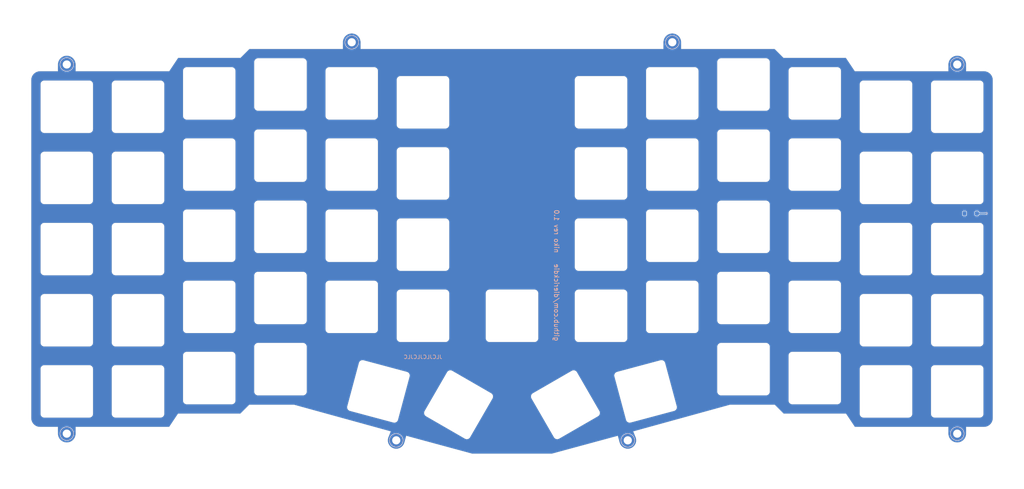
<source format=kicad_pcb>
(kicad_pcb (version 20171130) (host pcbnew "(5.1.4-0)")
  (layers (0 F.Cu signal) (31 B.Cu signal) (34 B.Paste user) (35 F.Paste user) (36 B.SilkS user) (37 F.SilkS user) (38 B.Mask user) (39 F.Mask user) (44 Edge.Cuts user))
  (net 0 "")
  (net 1 GND)
  (module Keeb_footprints:MX100_cutout_plated (layer F.Cu) (at 192.882785 146.447085)
    (fp_text reference U61)
    (fp_text value HOLE)
    (fp_arc (start -6 -6) (end -6 -7) (angle -90) (layer Edge.Cuts) (width 0.05))
    (fp_arc (start 6 6) (end 6 7) (angle -90) (layer Edge.Cuts) (width 0.05))
    (fp_arc (start 6 -6) (end 7 -6) (angle -90) (layer Edge.Cuts) (width 0.05))
    (fp_arc (start -6 6) (end -7 6) (angle -90) (layer Edge.Cuts) (width 0.05))
    (fp_line (start -6 7) (end 6 7) (layer Edge.Cuts) (width 0.05))
    (fp_line (start 7 -6) (end 7 6) (layer Edge.Cuts) (width 0.05))
    (fp_line (start -6 -7) (end 6 -7) (layer Edge.Cuts) (width 0.05))
    (fp_line (start -7 6) (end -7 -6) (layer Edge.Cuts) (width 0.05))
  )
  (module Keeb_footprints:MX100_cutout_plated (layer F.Cu) (at 311.94506 90.48788)
    (fp_text reference U60)
    (fp_text value HOLE)
    (fp_arc (start -6 -6) (end -6 -7) (angle -90) (layer Edge.Cuts) (width 0.05))
    (fp_arc (start 6 6) (end 6 7) (angle -90) (layer Edge.Cuts) (width 0.05))
    (fp_arc (start 6 -6) (end 7 -6) (angle -90) (layer Edge.Cuts) (width 0.05))
    (fp_arc (start -6 6) (end -7 6) (angle -90) (layer Edge.Cuts) (width 0.05))
    (fp_line (start -6 7) (end 6 7) (layer Edge.Cuts) (width 0.05))
    (fp_line (start 7 -6) (end 7 6) (layer Edge.Cuts) (width 0.05))
    (fp_line (start -6 -7) (end 6 -7) (layer Edge.Cuts) (width 0.05))
    (fp_line (start -7 6) (end -7 -6) (layer Edge.Cuts) (width 0.05))
  )
  (module Keeb_footprints:MX100_cutout_plated (layer F.Cu) (at 292.89498 90.48788)
    (fp_text reference U59)
    (fp_text value HOLE)
    (fp_arc (start -6 -6) (end -6 -7) (angle -90) (layer Edge.Cuts) (width 0.05))
    (fp_arc (start 6 6) (end 6 7) (angle -90) (layer Edge.Cuts) (width 0.05))
    (fp_arc (start 6 -6) (end 7 -6) (angle -90) (layer Edge.Cuts) (width 0.05))
    (fp_arc (start -6 6) (end -7 6) (angle -90) (layer Edge.Cuts) (width 0.05))
    (fp_line (start -6 7) (end 6 7) (layer Edge.Cuts) (width 0.05))
    (fp_line (start 7 -6) (end 7 6) (layer Edge.Cuts) (width 0.05))
    (fp_line (start -6 -7) (end 6 -7) (layer Edge.Cuts) (width 0.05))
    (fp_line (start -7 6) (end -7 -6) (layer Edge.Cuts) (width 0.05))
  )
  (module Keeb_footprints:MX100_cutout_plated (layer F.Cu) (at 273.8449 86.91599)
    (fp_text reference U58)
    (fp_text value HOLE)
    (fp_arc (start -6 -6) (end -6 -7) (angle -90) (layer Edge.Cuts) (width 0.05))
    (fp_arc (start 6 6) (end 6 7) (angle -90) (layer Edge.Cuts) (width 0.05))
    (fp_arc (start 6 -6) (end 7 -6) (angle -90) (layer Edge.Cuts) (width 0.05))
    (fp_arc (start -6 6) (end -7 6) (angle -90) (layer Edge.Cuts) (width 0.05))
    (fp_line (start -6 7) (end 6 7) (layer Edge.Cuts) (width 0.05))
    (fp_line (start 7 -6) (end 7 6) (layer Edge.Cuts) (width 0.05))
    (fp_line (start -6 -7) (end 6 -7) (layer Edge.Cuts) (width 0.05))
    (fp_line (start -7 6) (end -7 -6) (layer Edge.Cuts) (width 0.05))
  )
  (module Keeb_footprints:MX100_cutout_plated (layer F.Cu) (at 254.79482 84.53473)
    (fp_text reference U57)
    (fp_text value HOLE)
    (fp_arc (start -6 -6) (end -6 -7) (angle -90) (layer Edge.Cuts) (width 0.05))
    (fp_arc (start 6 6) (end 6 7) (angle -90) (layer Edge.Cuts) (width 0.05))
    (fp_arc (start 6 -6) (end 7 -6) (angle -90) (layer Edge.Cuts) (width 0.05))
    (fp_arc (start -6 6) (end -7 6) (angle -90) (layer Edge.Cuts) (width 0.05))
    (fp_line (start -6 7) (end 6 7) (layer Edge.Cuts) (width 0.05))
    (fp_line (start 7 -6) (end 7 6) (layer Edge.Cuts) (width 0.05))
    (fp_line (start -6 -7) (end 6 -7) (layer Edge.Cuts) (width 0.05))
    (fp_line (start -7 6) (end -7 -6) (layer Edge.Cuts) (width 0.05))
  )
  (module Keeb_footprints:MX100_cutout_plated (layer F.Cu) (at 235.74474 86.91599)
    (fp_text reference U56)
    (fp_text value HOLE)
    (fp_arc (start -6 -6) (end -6 -7) (angle -90) (layer Edge.Cuts) (width 0.05))
    (fp_arc (start 6 6) (end 6 7) (angle -90) (layer Edge.Cuts) (width 0.05))
    (fp_arc (start 6 -6) (end 7 -6) (angle -90) (layer Edge.Cuts) (width 0.05))
    (fp_arc (start -6 6) (end -7 6) (angle -90) (layer Edge.Cuts) (width 0.05))
    (fp_line (start -6 7) (end 6 7) (layer Edge.Cuts) (width 0.05))
    (fp_line (start 7 -6) (end 7 6) (layer Edge.Cuts) (width 0.05))
    (fp_line (start -6 -7) (end 6 -7) (layer Edge.Cuts) (width 0.05))
    (fp_line (start -7 6) (end -7 -6) (layer Edge.Cuts) (width 0.05))
  )
  (module Keeb_footprints:MX100_cutout_plated (layer F.Cu) (at 216.69466 89.29725)
    (fp_text reference U55)
    (fp_text value HOLE)
    (fp_arc (start -6 -6) (end -6 -7) (angle -90) (layer Edge.Cuts) (width 0.05))
    (fp_arc (start 6 6) (end 6 7) (angle -90) (layer Edge.Cuts) (width 0.05))
    (fp_arc (start 6 -6) (end 7 -6) (angle -90) (layer Edge.Cuts) (width 0.05))
    (fp_arc (start -6 6) (end -7 6) (angle -90) (layer Edge.Cuts) (width 0.05))
    (fp_line (start -6 7) (end 6 7) (layer Edge.Cuts) (width 0.05))
    (fp_line (start 7 -6) (end 7 6) (layer Edge.Cuts) (width 0.05))
    (fp_line (start -6 -7) (end 6 -7) (layer Edge.Cuts) (width 0.05))
    (fp_line (start -7 6) (end -7 -6) (layer Edge.Cuts) (width 0.05))
  )
  (module Keeb_footprints:MX100_cutout_plated (layer F.Cu) (at 169.06946 89.29725)
    (fp_text reference U54)
    (fp_text value HOLE)
    (fp_arc (start -6 -6) (end -6 -7) (angle -90) (layer Edge.Cuts) (width 0.05))
    (fp_arc (start 6 6) (end 6 7) (angle -90) (layer Edge.Cuts) (width 0.05))
    (fp_arc (start 6 -6) (end 7 -6) (angle -90) (layer Edge.Cuts) (width 0.05))
    (fp_arc (start -6 6) (end -7 6) (angle -90) (layer Edge.Cuts) (width 0.05))
    (fp_line (start -6 7) (end 6 7) (layer Edge.Cuts) (width 0.05))
    (fp_line (start 7 -6) (end 7 6) (layer Edge.Cuts) (width 0.05))
    (fp_line (start -6 -7) (end 6 -7) (layer Edge.Cuts) (width 0.05))
    (fp_line (start -7 6) (end -7 -6) (layer Edge.Cuts) (width 0.05))
  )
  (module Keeb_footprints:MX100_cutout_plated (layer F.Cu) (at 150.01938 86.91599)
    (fp_text reference U53)
    (fp_text value HOLE)
    (fp_arc (start -6 -6) (end -6 -7) (angle -90) (layer Edge.Cuts) (width 0.05))
    (fp_arc (start 6 6) (end 6 7) (angle -90) (layer Edge.Cuts) (width 0.05))
    (fp_arc (start 6 -6) (end 7 -6) (angle -90) (layer Edge.Cuts) (width 0.05))
    (fp_arc (start -6 6) (end -7 6) (angle -90) (layer Edge.Cuts) (width 0.05))
    (fp_line (start -6 7) (end 6 7) (layer Edge.Cuts) (width 0.05))
    (fp_line (start 7 -6) (end 7 6) (layer Edge.Cuts) (width 0.05))
    (fp_line (start -6 -7) (end 6 -7) (layer Edge.Cuts) (width 0.05))
    (fp_line (start -7 6) (end -7 -6) (layer Edge.Cuts) (width 0.05))
  )
  (module Keeb_footprints:MX100_cutout_plated (layer F.Cu) (at 130.9693 84.53473)
    (fp_text reference U52)
    (fp_text value HOLE)
    (fp_arc (start -6 -6) (end -6 -7) (angle -90) (layer Edge.Cuts) (width 0.05))
    (fp_arc (start 6 6) (end 6 7) (angle -90) (layer Edge.Cuts) (width 0.05))
    (fp_arc (start 6 -6) (end 7 -6) (angle -90) (layer Edge.Cuts) (width 0.05))
    (fp_arc (start -6 6) (end -7 6) (angle -90) (layer Edge.Cuts) (width 0.05))
    (fp_line (start -6 7) (end 6 7) (layer Edge.Cuts) (width 0.05))
    (fp_line (start 7 -6) (end 7 6) (layer Edge.Cuts) (width 0.05))
    (fp_line (start -6 -7) (end 6 -7) (layer Edge.Cuts) (width 0.05))
    (fp_line (start -7 6) (end -7 -6) (layer Edge.Cuts) (width 0.05))
  )
  (module Keeb_footprints:MX100_cutout_plated (layer F.Cu) (at 111.91922 86.91599)
    (fp_text reference U51)
    (fp_text value HOLE)
    (fp_arc (start -6 -6) (end -6 -7) (angle -90) (layer Edge.Cuts) (width 0.05))
    (fp_arc (start 6 6) (end 6 7) (angle -90) (layer Edge.Cuts) (width 0.05))
    (fp_arc (start 6 -6) (end 7 -6) (angle -90) (layer Edge.Cuts) (width 0.05))
    (fp_arc (start -6 6) (end -7 6) (angle -90) (layer Edge.Cuts) (width 0.05))
    (fp_line (start -6 7) (end 6 7) (layer Edge.Cuts) (width 0.05))
    (fp_line (start 7 -6) (end 7 6) (layer Edge.Cuts) (width 0.05))
    (fp_line (start -6 -7) (end 6 -7) (layer Edge.Cuts) (width 0.05))
    (fp_line (start -7 6) (end -7 -6) (layer Edge.Cuts) (width 0.05))
  )
  (module Keeb_footprints:MX100_cutout_plated (layer F.Cu) (at 92.86914 90.48788)
    (fp_text reference U50)
    (fp_text value HOLE)
    (fp_arc (start -6 -6) (end -6 -7) (angle -90) (layer Edge.Cuts) (width 0.05))
    (fp_arc (start 6 6) (end 6 7) (angle -90) (layer Edge.Cuts) (width 0.05))
    (fp_arc (start 6 -6) (end 7 -6) (angle -90) (layer Edge.Cuts) (width 0.05))
    (fp_arc (start -6 6) (end -7 6) (angle -90) (layer Edge.Cuts) (width 0.05))
    (fp_line (start -6 7) (end 6 7) (layer Edge.Cuts) (width 0.05))
    (fp_line (start 7 -6) (end 7 6) (layer Edge.Cuts) (width 0.05))
    (fp_line (start -6 -7) (end 6 -7) (layer Edge.Cuts) (width 0.05))
    (fp_line (start -7 6) (end -7 -6) (layer Edge.Cuts) (width 0.05))
  )
  (module Keeb_footprints:MX100_cutout_plated (layer F.Cu) (at 73.81906 90.48788)
    (fp_text reference U49)
    (fp_text value HOLE)
    (fp_arc (start -6 -6) (end -6 -7) (angle -90) (layer Edge.Cuts) (width 0.05))
    (fp_arc (start 6 6) (end 6 7) (angle -90) (layer Edge.Cuts) (width 0.05))
    (fp_arc (start 6 -6) (end 7 -6) (angle -90) (layer Edge.Cuts) (width 0.05))
    (fp_arc (start -6 6) (end -7 6) (angle -90) (layer Edge.Cuts) (width 0.05))
    (fp_line (start -6 7) (end 6 7) (layer Edge.Cuts) (width 0.05))
    (fp_line (start 7 -6) (end 7 6) (layer Edge.Cuts) (width 0.05))
    (fp_line (start -6 -7) (end 6 -7) (layer Edge.Cuts) (width 0.05))
    (fp_line (start -7 6) (end -7 -6) (layer Edge.Cuts) (width 0.05))
  )
  (module Keeb_footprints:MX100_cutout_plated (layer F.Cu) (at 254.79482 160.73505)
    (fp_text reference U45)
    (fp_text value HOLE)
    (fp_line (start -6 7) (end 6 7) (layer Edge.Cuts) (width 0.05))
    (fp_line (start 7 -6) (end 7 6) (layer Edge.Cuts) (width 0.05))
    (fp_line (start -6 -7) (end 6 -7) (layer Edge.Cuts) (width 0.05))
    (fp_line (start -7 6) (end -7 -6) (layer Edge.Cuts) (width 0.05))
    (fp_arc (start -6 -6) (end -6 -7) (angle -90) (layer Edge.Cuts) (width 0.05))
    (fp_arc (start 6 6) (end 6 7) (angle -90) (layer Edge.Cuts) (width 0.05))
    (fp_arc (start 6 -6) (end 7 -6) (angle -90) (layer Edge.Cuts) (width 0.05))
    (fp_arc (start -6 6) (end -7 6) (angle -90) (layer Edge.Cuts) (width 0.05))
  )
  (module Keeb_footprints:MX100_cutout_plated (layer F.Cu) (at 73.81906 109.53796)
    (fp_text reference U1)
    (fp_text value HOLE)
    (fp_line (start -6 7) (end 6 7) (layer Edge.Cuts) (width 0.05))
    (fp_line (start 7 -6) (end 7 6) (layer Edge.Cuts) (width 0.05))
    (fp_line (start -6 -7) (end 6 -7) (layer Edge.Cuts) (width 0.05))
    (fp_line (start -7 6) (end -7 -6) (layer Edge.Cuts) (width 0.05))
    (fp_arc (start -6 -6) (end -6 -7) (angle -90) (layer Edge.Cuts) (width 0.05))
    (fp_arc (start 6 6) (end 6 7) (angle -90) (layer Edge.Cuts) (width 0.05))
    (fp_arc (start 6 -6) (end 7 -6) (angle -90) (layer Edge.Cuts) (width 0.05))
    (fp_arc (start -6 6) (end -7 6) (angle -90) (layer Edge.Cuts) (width 0.05))
  )
  (module Keeb_footprints:MX100_cutout_plated (layer F.Cu) (at 311.94506 166.6882)
    (fp_text reference U48)
    (fp_text value HOLE)
    (fp_line (start -6 7) (end 6 7) (layer Edge.Cuts) (width 0.05))
    (fp_line (start 7 -6) (end 7 6) (layer Edge.Cuts) (width 0.05))
    (fp_line (start -6 -7) (end 6 -7) (layer Edge.Cuts) (width 0.05))
    (fp_line (start -7 6) (end -7 -6) (layer Edge.Cuts) (width 0.05))
    (fp_arc (start -6 -6) (end -6 -7) (angle -90) (layer Edge.Cuts) (width 0.05))
    (fp_arc (start 6 6) (end 6 7) (angle -90) (layer Edge.Cuts) (width 0.05))
    (fp_arc (start 6 -6) (end 7 -6) (angle -90) (layer Edge.Cuts) (width 0.05))
    (fp_arc (start -6 6) (end -7 6) (angle -90) (layer Edge.Cuts) (width 0.05))
  )
  (module Keeb_footprints:MX100_cutout_plated (layer F.Cu) (at 292.89498 166.6915)
    (fp_text reference U47)
    (fp_text value HOLE)
    (fp_line (start -6 7) (end 6 7) (layer Edge.Cuts) (width 0.05))
    (fp_line (start 7 -6) (end 7 6) (layer Edge.Cuts) (width 0.05))
    (fp_line (start -6 -7) (end 6 -7) (layer Edge.Cuts) (width 0.05))
    (fp_line (start -7 6) (end -7 -6) (layer Edge.Cuts) (width 0.05))
    (fp_arc (start -6 -6) (end -6 -7) (angle -90) (layer Edge.Cuts) (width 0.05))
    (fp_arc (start 6 6) (end 6 7) (angle -90) (layer Edge.Cuts) (width 0.05))
    (fp_arc (start 6 -6) (end 7 -6) (angle -90) (layer Edge.Cuts) (width 0.05))
    (fp_arc (start -6 6) (end -7 6) (angle -90) (layer Edge.Cuts) (width 0.05))
  )
  (module Keeb_footprints:MX100_cutout_plated (layer F.Cu) (at 273.8449 163.11631)
    (fp_text reference U46)
    (fp_text value HOLE)
    (fp_line (start -6 7) (end 6 7) (layer Edge.Cuts) (width 0.05))
    (fp_line (start 7 -6) (end 7 6) (layer Edge.Cuts) (width 0.05))
    (fp_line (start -6 -7) (end 6 -7) (layer Edge.Cuts) (width 0.05))
    (fp_line (start -7 6) (end -7 -6) (layer Edge.Cuts) (width 0.05))
    (fp_arc (start -6 -6) (end -6 -7) (angle -90) (layer Edge.Cuts) (width 0.05))
    (fp_arc (start 6 6) (end 6 7) (angle -90) (layer Edge.Cuts) (width 0.05))
    (fp_arc (start 6 -6) (end 7 -6) (angle -90) (layer Edge.Cuts) (width 0.05))
    (fp_arc (start -6 6) (end -7 6) (angle -90) (layer Edge.Cuts) (width 0.05))
  )
  (module Keeb_footprints:MX100_cutout_plated (layer F.Cu) (at 228.60096 166.6882 195)
    (fp_text reference U44)
    (fp_text value HOLE)
    (fp_line (start -6 7) (end 6 7) (layer Edge.Cuts) (width 0.05))
    (fp_line (start 7 -6) (end 7 6) (layer Edge.Cuts) (width 0.05))
    (fp_line (start -6 -7) (end 6 -7) (layer Edge.Cuts) (width 0.05))
    (fp_line (start -7 6) (end -7 -6) (layer Edge.Cuts) (width 0.05))
    (fp_arc (start -6 -6) (end -6 -7) (angle -90) (layer Edge.Cuts) (width 0.05))
    (fp_arc (start 6 6) (end 6 7) (angle -90) (layer Edge.Cuts) (width 0.05))
    (fp_arc (start 6 -6) (end 7 -6) (angle -90) (layer Edge.Cuts) (width 0.05))
    (fp_arc (start -6 6) (end -7 6) (angle -90) (layer Edge.Cuts) (width 0.05))
  )
  (module Keeb_footprints:MX100_cutout_plated (layer F.Cu) (at 207.16962 170.26009 210)
    (fp_text reference U43)
    (fp_text value HOLE)
    (fp_line (start -6 7) (end 6 7) (layer Edge.Cuts) (width 0.05))
    (fp_line (start 7 -6) (end 7 6) (layer Edge.Cuts) (width 0.05))
    (fp_line (start -6 -7) (end 6 -7) (layer Edge.Cuts) (width 0.05))
    (fp_line (start -7 6) (end -7 -6) (layer Edge.Cuts) (width 0.05))
    (fp_arc (start -6 -6) (end -6 -7) (angle -90) (layer Edge.Cuts) (width 0.05))
    (fp_arc (start 6 6) (end 6 7) (angle -90) (layer Edge.Cuts) (width 0.05))
    (fp_arc (start 6 -6) (end 7 -6) (angle -90) (layer Edge.Cuts) (width 0.05))
    (fp_arc (start -6 6) (end -7 6) (angle -90) (layer Edge.Cuts) (width 0.05))
  )
  (module Keeb_footprints:MX100_cutout_plated (layer F.Cu) (at 178.5945 170.26009 150)
    (fp_text reference U42)
    (fp_text value HOLE)
    (fp_line (start -6 7) (end 6 7) (layer Edge.Cuts) (width 0.05))
    (fp_line (start 7 -6) (end 7 6) (layer Edge.Cuts) (width 0.05))
    (fp_line (start -6 -7) (end 6 -7) (layer Edge.Cuts) (width 0.05))
    (fp_line (start -7 6) (end -7 -6) (layer Edge.Cuts) (width 0.05))
    (fp_arc (start -6 -6) (end -6 -7) (angle -90) (layer Edge.Cuts) (width 0.05))
    (fp_arc (start 6 6) (end 6 7) (angle -90) (layer Edge.Cuts) (width 0.05))
    (fp_arc (start 6 -6) (end 7 -6) (angle -90) (layer Edge.Cuts) (width 0.05))
    (fp_arc (start -6 6) (end -7 6) (angle -90) (layer Edge.Cuts) (width 0.05))
  )
  (module Keeb_footprints:MX100_cutout_plated (layer F.Cu) (at 157.16316 166.6882 165)
    (fp_text reference U41)
    (fp_text value HOLE)
    (fp_line (start -6 7) (end 6 7) (layer Edge.Cuts) (width 0.05))
    (fp_line (start 7 -6) (end 7 6) (layer Edge.Cuts) (width 0.05))
    (fp_line (start -6 -7) (end 6 -7) (layer Edge.Cuts) (width 0.05))
    (fp_line (start -7 6) (end -7 -6) (layer Edge.Cuts) (width 0.05))
    (fp_arc (start -6 -6) (end -6 -7) (angle -90) (layer Edge.Cuts) (width 0.05))
    (fp_arc (start 6 6) (end 6 7) (angle -90) (layer Edge.Cuts) (width 0.05))
    (fp_arc (start 6 -6) (end 7 -6) (angle -90) (layer Edge.Cuts) (width 0.05))
    (fp_arc (start -6 6) (end -7 6) (angle -90) (layer Edge.Cuts) (width 0.05))
  )
  (module Keeb_footprints:MX100_cutout_plated (layer F.Cu) (at 130.9693 160.73505)
    (fp_text reference U40)
    (fp_text value HOLE)
    (fp_line (start -6 7) (end 6 7) (layer Edge.Cuts) (width 0.05))
    (fp_line (start 7 -6) (end 7 6) (layer Edge.Cuts) (width 0.05))
    (fp_line (start -6 -7) (end 6 -7) (layer Edge.Cuts) (width 0.05))
    (fp_line (start -7 6) (end -7 -6) (layer Edge.Cuts) (width 0.05))
    (fp_arc (start -6 -6) (end -6 -7) (angle -90) (layer Edge.Cuts) (width 0.05))
    (fp_arc (start 6 6) (end 6 7) (angle -90) (layer Edge.Cuts) (width 0.05))
    (fp_arc (start 6 -6) (end 7 -6) (angle -90) (layer Edge.Cuts) (width 0.05))
    (fp_arc (start -6 6) (end -7 6) (angle -90) (layer Edge.Cuts) (width 0.05))
  )
  (module Keeb_footprints:MX100_cutout_plated (layer F.Cu) (at 111.91922 163.11631)
    (fp_text reference U39)
    (fp_text value HOLE)
    (fp_line (start -6 7) (end 6 7) (layer Edge.Cuts) (width 0.05))
    (fp_line (start 7 -6) (end 7 6) (layer Edge.Cuts) (width 0.05))
    (fp_line (start -6 -7) (end 6 -7) (layer Edge.Cuts) (width 0.05))
    (fp_line (start -7 6) (end -7 -6) (layer Edge.Cuts) (width 0.05))
    (fp_arc (start -6 -6) (end -6 -7) (angle -90) (layer Edge.Cuts) (width 0.05))
    (fp_arc (start 6 6) (end 6 7) (angle -90) (layer Edge.Cuts) (width 0.05))
    (fp_arc (start 6 -6) (end 7 -6) (angle -90) (layer Edge.Cuts) (width 0.05))
    (fp_arc (start -6 6) (end -7 6) (angle -90) (layer Edge.Cuts) (width 0.05))
  )
  (module Keeb_footprints:MX100_cutout_plated (layer F.Cu) (at 92.86914 166.6882)
    (fp_text reference U38)
    (fp_text value HOLE)
    (fp_line (start -6 7) (end 6 7) (layer Edge.Cuts) (width 0.05))
    (fp_line (start 7 -6) (end 7 6) (layer Edge.Cuts) (width 0.05))
    (fp_line (start -6 -7) (end 6 -7) (layer Edge.Cuts) (width 0.05))
    (fp_line (start -7 6) (end -7 -6) (layer Edge.Cuts) (width 0.05))
    (fp_arc (start -6 -6) (end -6 -7) (angle -90) (layer Edge.Cuts) (width 0.05))
    (fp_arc (start 6 6) (end 6 7) (angle -90) (layer Edge.Cuts) (width 0.05))
    (fp_arc (start 6 -6) (end 7 -6) (angle -90) (layer Edge.Cuts) (width 0.05))
    (fp_arc (start -6 6) (end -7 6) (angle -90) (layer Edge.Cuts) (width 0.05))
  )
  (module Keeb_footprints:MX100_cutout_plated (layer F.Cu) (at 73.81906 166.6882)
    (fp_text reference U37)
    (fp_text value HOLE)
    (fp_line (start -6 7) (end 6 7) (layer Edge.Cuts) (width 0.05))
    (fp_line (start 7 -6) (end 7 6) (layer Edge.Cuts) (width 0.05))
    (fp_line (start -6 -7) (end 6 -7) (layer Edge.Cuts) (width 0.05))
    (fp_line (start -7 6) (end -7 -6) (layer Edge.Cuts) (width 0.05))
    (fp_arc (start -6 -6) (end -6 -7) (angle -90) (layer Edge.Cuts) (width 0.05))
    (fp_arc (start 6 6) (end 6 7) (angle -90) (layer Edge.Cuts) (width 0.05))
    (fp_arc (start 6 -6) (end 7 -6) (angle -90) (layer Edge.Cuts) (width 0.05))
    (fp_arc (start -6 6) (end -7 6) (angle -90) (layer Edge.Cuts) (width 0.05))
  )
  (module Keeb_footprints:MX100_cutout_plated (layer F.Cu) (at 311.94506 147.63812)
    (fp_text reference U36)
    (fp_text value HOLE)
    (fp_line (start -6 7) (end 6 7) (layer Edge.Cuts) (width 0.05))
    (fp_line (start 7 -6) (end 7 6) (layer Edge.Cuts) (width 0.05))
    (fp_line (start -6 -7) (end 6 -7) (layer Edge.Cuts) (width 0.05))
    (fp_line (start -7 6) (end -7 -6) (layer Edge.Cuts) (width 0.05))
    (fp_arc (start -6 -6) (end -6 -7) (angle -90) (layer Edge.Cuts) (width 0.05))
    (fp_arc (start 6 6) (end 6 7) (angle -90) (layer Edge.Cuts) (width 0.05))
    (fp_arc (start 6 -6) (end 7 -6) (angle -90) (layer Edge.Cuts) (width 0.05))
    (fp_arc (start -6 6) (end -7 6) (angle -90) (layer Edge.Cuts) (width 0.05))
  )
  (module Keeb_footprints:MX100_cutout_plated (layer F.Cu) (at 292.89498 147.63812)
    (fp_text reference U35)
    (fp_text value HOLE)
    (fp_line (start -6 7) (end 6 7) (layer Edge.Cuts) (width 0.05))
    (fp_line (start 7 -6) (end 7 6) (layer Edge.Cuts) (width 0.05))
    (fp_line (start -6 -7) (end 6 -7) (layer Edge.Cuts) (width 0.05))
    (fp_line (start -7 6) (end -7 -6) (layer Edge.Cuts) (width 0.05))
    (fp_arc (start -6 -6) (end -6 -7) (angle -90) (layer Edge.Cuts) (width 0.05))
    (fp_arc (start 6 6) (end 6 7) (angle -90) (layer Edge.Cuts) (width 0.05))
    (fp_arc (start 6 -6) (end 7 -6) (angle -90) (layer Edge.Cuts) (width 0.05))
    (fp_arc (start -6 6) (end -7 6) (angle -90) (layer Edge.Cuts) (width 0.05))
  )
  (module Keeb_footprints:MX100_cutout_plated (layer F.Cu) (at 273.8449 144.06623)
    (fp_text reference U34)
    (fp_text value HOLE)
    (fp_line (start -6 7) (end 6 7) (layer Edge.Cuts) (width 0.05))
    (fp_line (start 7 -6) (end 7 6) (layer Edge.Cuts) (width 0.05))
    (fp_line (start -6 -7) (end 6 -7) (layer Edge.Cuts) (width 0.05))
    (fp_line (start -7 6) (end -7 -6) (layer Edge.Cuts) (width 0.05))
    (fp_arc (start -6 -6) (end -6 -7) (angle -90) (layer Edge.Cuts) (width 0.05))
    (fp_arc (start 6 6) (end 6 7) (angle -90) (layer Edge.Cuts) (width 0.05))
    (fp_arc (start 6 -6) (end 7 -6) (angle -90) (layer Edge.Cuts) (width 0.05))
    (fp_arc (start -6 6) (end -7 6) (angle -90) (layer Edge.Cuts) (width 0.05))
  )
  (module Keeb_footprints:MX100_cutout_plated (layer F.Cu) (at 254.79482 141.68497)
    (fp_text reference U33)
    (fp_text value HOLE)
    (fp_line (start -6 7) (end 6 7) (layer Edge.Cuts) (width 0.05))
    (fp_line (start 7 -6) (end 7 6) (layer Edge.Cuts) (width 0.05))
    (fp_line (start -6 -7) (end 6 -7) (layer Edge.Cuts) (width 0.05))
    (fp_line (start -7 6) (end -7 -6) (layer Edge.Cuts) (width 0.05))
    (fp_arc (start -6 -6) (end -6 -7) (angle -90) (layer Edge.Cuts) (width 0.05))
    (fp_arc (start 6 6) (end 6 7) (angle -90) (layer Edge.Cuts) (width 0.05))
    (fp_arc (start 6 -6) (end 7 -6) (angle -90) (layer Edge.Cuts) (width 0.05))
    (fp_arc (start -6 6) (end -7 6) (angle -90) (layer Edge.Cuts) (width 0.05))
  )
  (module Keeb_footprints:MX100_cutout_plated (layer F.Cu) (at 235.74474 144.06623)
    (fp_text reference U32)
    (fp_text value HOLE)
    (fp_line (start -6 7) (end 6 7) (layer Edge.Cuts) (width 0.05))
    (fp_line (start 7 -6) (end 7 6) (layer Edge.Cuts) (width 0.05))
    (fp_line (start -6 -7) (end 6 -7) (layer Edge.Cuts) (width 0.05))
    (fp_line (start -7 6) (end -7 -6) (layer Edge.Cuts) (width 0.05))
    (fp_arc (start -6 -6) (end -6 -7) (angle -90) (layer Edge.Cuts) (width 0.05))
    (fp_arc (start 6 6) (end 6 7) (angle -90) (layer Edge.Cuts) (width 0.05))
    (fp_arc (start 6 -6) (end 7 -6) (angle -90) (layer Edge.Cuts) (width 0.05))
    (fp_arc (start -6 6) (end -7 6) (angle -90) (layer Edge.Cuts) (width 0.05))
  )
  (module Keeb_footprints:MX100_cutout_plated (layer F.Cu) (at 216.69466 146.44749)
    (fp_text reference U31)
    (fp_text value HOLE)
    (fp_line (start -6 7) (end 6 7) (layer Edge.Cuts) (width 0.05))
    (fp_line (start 7 -6) (end 7 6) (layer Edge.Cuts) (width 0.05))
    (fp_line (start -6 -7) (end 6 -7) (layer Edge.Cuts) (width 0.05))
    (fp_line (start -7 6) (end -7 -6) (layer Edge.Cuts) (width 0.05))
    (fp_arc (start -6 -6) (end -6 -7) (angle -90) (layer Edge.Cuts) (width 0.05))
    (fp_arc (start 6 6) (end 6 7) (angle -90) (layer Edge.Cuts) (width 0.05))
    (fp_arc (start 6 -6) (end 7 -6) (angle -90) (layer Edge.Cuts) (width 0.05))
    (fp_arc (start -6 6) (end -7 6) (angle -90) (layer Edge.Cuts) (width 0.05))
  )
  (module Keeb_footprints:MX100_cutout_plated (layer F.Cu) (at 169.06946 146.44749)
    (fp_text reference U30)
    (fp_text value HOLE)
    (fp_line (start -6 7) (end 6 7) (layer Edge.Cuts) (width 0.05))
    (fp_line (start 7 -6) (end 7 6) (layer Edge.Cuts) (width 0.05))
    (fp_line (start -6 -7) (end 6 -7) (layer Edge.Cuts) (width 0.05))
    (fp_line (start -7 6) (end -7 -6) (layer Edge.Cuts) (width 0.05))
    (fp_arc (start -6 -6) (end -6 -7) (angle -90) (layer Edge.Cuts) (width 0.05))
    (fp_arc (start 6 6) (end 6 7) (angle -90) (layer Edge.Cuts) (width 0.05))
    (fp_arc (start 6 -6) (end 7 -6) (angle -90) (layer Edge.Cuts) (width 0.05))
    (fp_arc (start -6 6) (end -7 6) (angle -90) (layer Edge.Cuts) (width 0.05))
  )
  (module Keeb_footprints:MX100_cutout_plated (layer F.Cu) (at 150.01938 144.06623)
    (fp_text reference U29)
    (fp_text value HOLE)
    (fp_line (start -6 7) (end 6 7) (layer Edge.Cuts) (width 0.05))
    (fp_line (start 7 -6) (end 7 6) (layer Edge.Cuts) (width 0.05))
    (fp_line (start -6 -7) (end 6 -7) (layer Edge.Cuts) (width 0.05))
    (fp_line (start -7 6) (end -7 -6) (layer Edge.Cuts) (width 0.05))
    (fp_arc (start -6 -6) (end -6 -7) (angle -90) (layer Edge.Cuts) (width 0.05))
    (fp_arc (start 6 6) (end 6 7) (angle -90) (layer Edge.Cuts) (width 0.05))
    (fp_arc (start 6 -6) (end 7 -6) (angle -90) (layer Edge.Cuts) (width 0.05))
    (fp_arc (start -6 6) (end -7 6) (angle -90) (layer Edge.Cuts) (width 0.05))
  )
  (module Keeb_footprints:MX100_cutout_plated (layer F.Cu) (at 130.9693 141.68497)
    (fp_text reference U28)
    (fp_text value HOLE)
    (fp_line (start -6 7) (end 6 7) (layer Edge.Cuts) (width 0.05))
    (fp_line (start 7 -6) (end 7 6) (layer Edge.Cuts) (width 0.05))
    (fp_line (start -6 -7) (end 6 -7) (layer Edge.Cuts) (width 0.05))
    (fp_line (start -7 6) (end -7 -6) (layer Edge.Cuts) (width 0.05))
    (fp_arc (start -6 -6) (end -6 -7) (angle -90) (layer Edge.Cuts) (width 0.05))
    (fp_arc (start 6 6) (end 6 7) (angle -90) (layer Edge.Cuts) (width 0.05))
    (fp_arc (start 6 -6) (end 7 -6) (angle -90) (layer Edge.Cuts) (width 0.05))
    (fp_arc (start -6 6) (end -7 6) (angle -90) (layer Edge.Cuts) (width 0.05))
  )
  (module Keeb_footprints:MX100_cutout_plated (layer F.Cu) (at 111.91922 144.06623)
    (fp_text reference U27)
    (fp_text value HOLE)
    (fp_line (start -6 7) (end 6 7) (layer Edge.Cuts) (width 0.05))
    (fp_line (start 7 -6) (end 7 6) (layer Edge.Cuts) (width 0.05))
    (fp_line (start -6 -7) (end 6 -7) (layer Edge.Cuts) (width 0.05))
    (fp_line (start -7 6) (end -7 -6) (layer Edge.Cuts) (width 0.05))
    (fp_arc (start -6 -6) (end -6 -7) (angle -90) (layer Edge.Cuts) (width 0.05))
    (fp_arc (start 6 6) (end 6 7) (angle -90) (layer Edge.Cuts) (width 0.05))
    (fp_arc (start 6 -6) (end 7 -6) (angle -90) (layer Edge.Cuts) (width 0.05))
    (fp_arc (start -6 6) (end -7 6) (angle -90) (layer Edge.Cuts) (width 0.05))
  )
  (module Keeb_footprints:MX100_cutout_plated (layer F.Cu) (at 92.86914 147.63812)
    (fp_text reference U26)
    (fp_text value HOLE)
    (fp_line (start -6 7) (end 6 7) (layer Edge.Cuts) (width 0.05))
    (fp_line (start 7 -6) (end 7 6) (layer Edge.Cuts) (width 0.05))
    (fp_line (start -6 -7) (end 6 -7) (layer Edge.Cuts) (width 0.05))
    (fp_line (start -7 6) (end -7 -6) (layer Edge.Cuts) (width 0.05))
    (fp_arc (start -6 -6) (end -6 -7) (angle -90) (layer Edge.Cuts) (width 0.05))
    (fp_arc (start 6 6) (end 6 7) (angle -90) (layer Edge.Cuts) (width 0.05))
    (fp_arc (start 6 -6) (end 7 -6) (angle -90) (layer Edge.Cuts) (width 0.05))
    (fp_arc (start -6 6) (end -7 6) (angle -90) (layer Edge.Cuts) (width 0.05))
  )
  (module Keeb_footprints:MX100_cutout_plated (layer F.Cu) (at 73.81906 147.63812)
    (fp_text reference U25)
    (fp_text value HOLE)
    (fp_line (start -6 7) (end 6 7) (layer Edge.Cuts) (width 0.05))
    (fp_line (start 7 -6) (end 7 6) (layer Edge.Cuts) (width 0.05))
    (fp_line (start -6 -7) (end 6 -7) (layer Edge.Cuts) (width 0.05))
    (fp_line (start -7 6) (end -7 -6) (layer Edge.Cuts) (width 0.05))
    (fp_arc (start -6 -6) (end -6 -7) (angle -90) (layer Edge.Cuts) (width 0.05))
    (fp_arc (start 6 6) (end 6 7) (angle -90) (layer Edge.Cuts) (width 0.05))
    (fp_arc (start 6 -6) (end 7 -6) (angle -90) (layer Edge.Cuts) (width 0.05))
    (fp_arc (start -6 6) (end -7 6) (angle -90) (layer Edge.Cuts) (width 0.05))
  )
  (module Keeb_footprints:MX100_cutout_plated (layer F.Cu) (at 311.94506 128.58804)
    (fp_text reference U24)
    (fp_text value HOLE)
    (fp_line (start -6 7) (end 6 7) (layer Edge.Cuts) (width 0.05))
    (fp_line (start 7 -6) (end 7 6) (layer Edge.Cuts) (width 0.05))
    (fp_line (start -6 -7) (end 6 -7) (layer Edge.Cuts) (width 0.05))
    (fp_line (start -7 6) (end -7 -6) (layer Edge.Cuts) (width 0.05))
    (fp_arc (start -6 -6) (end -6 -7) (angle -90) (layer Edge.Cuts) (width 0.05))
    (fp_arc (start 6 6) (end 6 7) (angle -90) (layer Edge.Cuts) (width 0.05))
    (fp_arc (start 6 -6) (end 7 -6) (angle -90) (layer Edge.Cuts) (width 0.05))
    (fp_arc (start -6 6) (end -7 6) (angle -90) (layer Edge.Cuts) (width 0.05))
  )
  (module Keeb_footprints:MX100_cutout_plated (layer F.Cu) (at 292.89498 128.58804)
    (fp_text reference U23)
    (fp_text value HOLE)
    (fp_line (start -6 7) (end 6 7) (layer Edge.Cuts) (width 0.05))
    (fp_line (start 7 -6) (end 7 6) (layer Edge.Cuts) (width 0.05))
    (fp_line (start -6 -7) (end 6 -7) (layer Edge.Cuts) (width 0.05))
    (fp_line (start -7 6) (end -7 -6) (layer Edge.Cuts) (width 0.05))
    (fp_arc (start -6 -6) (end -6 -7) (angle -90) (layer Edge.Cuts) (width 0.05))
    (fp_arc (start 6 6) (end 6 7) (angle -90) (layer Edge.Cuts) (width 0.05))
    (fp_arc (start 6 -6) (end 7 -6) (angle -90) (layer Edge.Cuts) (width 0.05))
    (fp_arc (start -6 6) (end -7 6) (angle -90) (layer Edge.Cuts) (width 0.05))
  )
  (module Keeb_footprints:MX100_cutout_plated (layer F.Cu) (at 273.8449 125.01615)
    (fp_text reference U22)
    (fp_text value HOLE)
    (fp_line (start -6 7) (end 6 7) (layer Edge.Cuts) (width 0.05))
    (fp_line (start 7 -6) (end 7 6) (layer Edge.Cuts) (width 0.05))
    (fp_line (start -6 -7) (end 6 -7) (layer Edge.Cuts) (width 0.05))
    (fp_line (start -7 6) (end -7 -6) (layer Edge.Cuts) (width 0.05))
    (fp_arc (start -6 -6) (end -6 -7) (angle -90) (layer Edge.Cuts) (width 0.05))
    (fp_arc (start 6 6) (end 6 7) (angle -90) (layer Edge.Cuts) (width 0.05))
    (fp_arc (start 6 -6) (end 7 -6) (angle -90) (layer Edge.Cuts) (width 0.05))
    (fp_arc (start -6 6) (end -7 6) (angle -90) (layer Edge.Cuts) (width 0.05))
  )
  (module Keeb_footprints:MX100_cutout_plated (layer F.Cu) (at 254.79482 122.63489)
    (fp_text reference U21)
    (fp_text value HOLE)
    (fp_line (start -6 7) (end 6 7) (layer Edge.Cuts) (width 0.05))
    (fp_line (start 7 -6) (end 7 6) (layer Edge.Cuts) (width 0.05))
    (fp_line (start -6 -7) (end 6 -7) (layer Edge.Cuts) (width 0.05))
    (fp_line (start -7 6) (end -7 -6) (layer Edge.Cuts) (width 0.05))
    (fp_arc (start -6 -6) (end -6 -7) (angle -90) (layer Edge.Cuts) (width 0.05))
    (fp_arc (start 6 6) (end 6 7) (angle -90) (layer Edge.Cuts) (width 0.05))
    (fp_arc (start 6 -6) (end 7 -6) (angle -90) (layer Edge.Cuts) (width 0.05))
    (fp_arc (start -6 6) (end -7 6) (angle -90) (layer Edge.Cuts) (width 0.05))
  )
  (module Keeb_footprints:MX100_cutout_plated (layer F.Cu) (at 235.74474 125.01615)
    (fp_text reference U20)
    (fp_text value HOLE)
    (fp_line (start -6 7) (end 6 7) (layer Edge.Cuts) (width 0.05))
    (fp_line (start 7 -6) (end 7 6) (layer Edge.Cuts) (width 0.05))
    (fp_line (start -6 -7) (end 6 -7) (layer Edge.Cuts) (width 0.05))
    (fp_line (start -7 6) (end -7 -6) (layer Edge.Cuts) (width 0.05))
    (fp_arc (start -6 -6) (end -6 -7) (angle -90) (layer Edge.Cuts) (width 0.05))
    (fp_arc (start 6 6) (end 6 7) (angle -90) (layer Edge.Cuts) (width 0.05))
    (fp_arc (start 6 -6) (end 7 -6) (angle -90) (layer Edge.Cuts) (width 0.05))
    (fp_arc (start -6 6) (end -7 6) (angle -90) (layer Edge.Cuts) (width 0.05))
  )
  (module Keeb_footprints:MX100_cutout_plated (layer F.Cu) (at 216.69466 127.39741)
    (fp_text reference U19)
    (fp_text value HOLE)
    (fp_line (start -6 7) (end 6 7) (layer Edge.Cuts) (width 0.05))
    (fp_line (start 7 -6) (end 7 6) (layer Edge.Cuts) (width 0.05))
    (fp_line (start -6 -7) (end 6 -7) (layer Edge.Cuts) (width 0.05))
    (fp_line (start -7 6) (end -7 -6) (layer Edge.Cuts) (width 0.05))
    (fp_arc (start -6 -6) (end -6 -7) (angle -90) (layer Edge.Cuts) (width 0.05))
    (fp_arc (start 6 6) (end 6 7) (angle -90) (layer Edge.Cuts) (width 0.05))
    (fp_arc (start 6 -6) (end 7 -6) (angle -90) (layer Edge.Cuts) (width 0.05))
    (fp_arc (start -6 6) (end -7 6) (angle -90) (layer Edge.Cuts) (width 0.05))
  )
  (module Keeb_footprints:MX100_cutout_plated (layer F.Cu) (at 169.06946 127.39741)
    (fp_text reference U18)
    (fp_text value HOLE)
    (fp_line (start -6 7) (end 6 7) (layer Edge.Cuts) (width 0.05))
    (fp_line (start 7 -6) (end 7 6) (layer Edge.Cuts) (width 0.05))
    (fp_line (start -6 -7) (end 6 -7) (layer Edge.Cuts) (width 0.05))
    (fp_line (start -7 6) (end -7 -6) (layer Edge.Cuts) (width 0.05))
    (fp_arc (start -6 -6) (end -6 -7) (angle -90) (layer Edge.Cuts) (width 0.05))
    (fp_arc (start 6 6) (end 6 7) (angle -90) (layer Edge.Cuts) (width 0.05))
    (fp_arc (start 6 -6) (end 7 -6) (angle -90) (layer Edge.Cuts) (width 0.05))
    (fp_arc (start -6 6) (end -7 6) (angle -90) (layer Edge.Cuts) (width 0.05))
  )
  (module Keeb_footprints:MX100_cutout_plated (layer F.Cu) (at 150.01938 125.01615)
    (fp_text reference U17)
    (fp_text value HOLE)
    (fp_line (start -6 7) (end 6 7) (layer Edge.Cuts) (width 0.05))
    (fp_line (start 7 -6) (end 7 6) (layer Edge.Cuts) (width 0.05))
    (fp_line (start -6 -7) (end 6 -7) (layer Edge.Cuts) (width 0.05))
    (fp_line (start -7 6) (end -7 -6) (layer Edge.Cuts) (width 0.05))
    (fp_arc (start -6 -6) (end -6 -7) (angle -90) (layer Edge.Cuts) (width 0.05))
    (fp_arc (start 6 6) (end 6 7) (angle -90) (layer Edge.Cuts) (width 0.05))
    (fp_arc (start 6 -6) (end 7 -6) (angle -90) (layer Edge.Cuts) (width 0.05))
    (fp_arc (start -6 6) (end -7 6) (angle -90) (layer Edge.Cuts) (width 0.05))
  )
  (module Keeb_footprints:MX100_cutout_plated (layer F.Cu) (at 130.9693 122.63489)
    (fp_text reference U16)
    (fp_text value HOLE)
    (fp_line (start -6 7) (end 6 7) (layer Edge.Cuts) (width 0.05))
    (fp_line (start 7 -6) (end 7 6) (layer Edge.Cuts) (width 0.05))
    (fp_line (start -6 -7) (end 6 -7) (layer Edge.Cuts) (width 0.05))
    (fp_line (start -7 6) (end -7 -6) (layer Edge.Cuts) (width 0.05))
    (fp_arc (start -6 -6) (end -6 -7) (angle -90) (layer Edge.Cuts) (width 0.05))
    (fp_arc (start 6 6) (end 6 7) (angle -90) (layer Edge.Cuts) (width 0.05))
    (fp_arc (start 6 -6) (end 7 -6) (angle -90) (layer Edge.Cuts) (width 0.05))
    (fp_arc (start -6 6) (end -7 6) (angle -90) (layer Edge.Cuts) (width 0.05))
  )
  (module Keeb_footprints:MX100_cutout_plated (layer F.Cu) (at 111.91922 125.01615)
    (fp_text reference U15)
    (fp_text value HOLE)
    (fp_line (start -6 7) (end 6 7) (layer Edge.Cuts) (width 0.05))
    (fp_line (start 7 -6) (end 7 6) (layer Edge.Cuts) (width 0.05))
    (fp_line (start -6 -7) (end 6 -7) (layer Edge.Cuts) (width 0.05))
    (fp_line (start -7 6) (end -7 -6) (layer Edge.Cuts) (width 0.05))
    (fp_arc (start -6 -6) (end -6 -7) (angle -90) (layer Edge.Cuts) (width 0.05))
    (fp_arc (start 6 6) (end 6 7) (angle -90) (layer Edge.Cuts) (width 0.05))
    (fp_arc (start 6 -6) (end 7 -6) (angle -90) (layer Edge.Cuts) (width 0.05))
    (fp_arc (start -6 6) (end -7 6) (angle -90) (layer Edge.Cuts) (width 0.05))
  )
  (module Keeb_footprints:MX100_cutout_plated (layer F.Cu) (at 92.86914 128.58804)
    (fp_text reference U14)
    (fp_text value HOLE)
    (fp_line (start -6 7) (end 6 7) (layer Edge.Cuts) (width 0.05))
    (fp_line (start 7 -6) (end 7 6) (layer Edge.Cuts) (width 0.05))
    (fp_line (start -6 -7) (end 6 -7) (layer Edge.Cuts) (width 0.05))
    (fp_line (start -7 6) (end -7 -6) (layer Edge.Cuts) (width 0.05))
    (fp_arc (start -6 -6) (end -6 -7) (angle -90) (layer Edge.Cuts) (width 0.05))
    (fp_arc (start 6 6) (end 6 7) (angle -90) (layer Edge.Cuts) (width 0.05))
    (fp_arc (start 6 -6) (end 7 -6) (angle -90) (layer Edge.Cuts) (width 0.05))
    (fp_arc (start -6 6) (end -7 6) (angle -90) (layer Edge.Cuts) (width 0.05))
  )
  (module Keeb_footprints:MX100_cutout_plated (layer F.Cu) (at 73.81906 128.58804)
    (fp_text reference U13)
    (fp_text value HOLE)
    (fp_line (start -6 7) (end 6 7) (layer Edge.Cuts) (width 0.05))
    (fp_line (start 7 -6) (end 7 6) (layer Edge.Cuts) (width 0.05))
    (fp_line (start -6 -7) (end 6 -7) (layer Edge.Cuts) (width 0.05))
    (fp_line (start -7 6) (end -7 -6) (layer Edge.Cuts) (width 0.05))
    (fp_arc (start -6 -6) (end -6 -7) (angle -90) (layer Edge.Cuts) (width 0.05))
    (fp_arc (start 6 6) (end 6 7) (angle -90) (layer Edge.Cuts) (width 0.05))
    (fp_arc (start 6 -6) (end 7 -6) (angle -90) (layer Edge.Cuts) (width 0.05))
    (fp_arc (start -6 6) (end -7 6) (angle -90) (layer Edge.Cuts) (width 0.05))
  )
  (module Keeb_footprints:MX100_cutout_plated (layer F.Cu) (at 311.94506 109.53796)
    (fp_text reference U12)
    (fp_text value HOLE)
    (fp_line (start -6 7) (end 6 7) (layer Edge.Cuts) (width 0.05))
    (fp_line (start 7 -6) (end 7 6) (layer Edge.Cuts) (width 0.05))
    (fp_line (start -6 -7) (end 6 -7) (layer Edge.Cuts) (width 0.05))
    (fp_line (start -7 6) (end -7 -6) (layer Edge.Cuts) (width 0.05))
    (fp_arc (start -6 -6) (end -6 -7) (angle -90) (layer Edge.Cuts) (width 0.05))
    (fp_arc (start 6 6) (end 6 7) (angle -90) (layer Edge.Cuts) (width 0.05))
    (fp_arc (start 6 -6) (end 7 -6) (angle -90) (layer Edge.Cuts) (width 0.05))
    (fp_arc (start -6 6) (end -7 6) (angle -90) (layer Edge.Cuts) (width 0.05))
  )
  (module Keeb_footprints:MX100_cutout_plated (layer F.Cu) (at 292.89498 109.53796)
    (fp_text reference U11)
    (fp_text value HOLE)
    (fp_line (start -6 7) (end 6 7) (layer Edge.Cuts) (width 0.05))
    (fp_line (start 7 -6) (end 7 6) (layer Edge.Cuts) (width 0.05))
    (fp_line (start -6 -7) (end 6 -7) (layer Edge.Cuts) (width 0.05))
    (fp_line (start -7 6) (end -7 -6) (layer Edge.Cuts) (width 0.05))
    (fp_arc (start -6 -6) (end -6 -7) (angle -90) (layer Edge.Cuts) (width 0.05))
    (fp_arc (start 6 6) (end 6 7) (angle -90) (layer Edge.Cuts) (width 0.05))
    (fp_arc (start 6 -6) (end 7 -6) (angle -90) (layer Edge.Cuts) (width 0.05))
    (fp_arc (start -6 6) (end -7 6) (angle -90) (layer Edge.Cuts) (width 0.05))
  )
  (module Keeb_footprints:MX100_cutout_plated (layer F.Cu) (at 273.8449 105.96607)
    (fp_text reference U10)
    (fp_text value HOLE)
    (fp_line (start -6 7) (end 6 7) (layer Edge.Cuts) (width 0.05))
    (fp_line (start 7 -6) (end 7 6) (layer Edge.Cuts) (width 0.05))
    (fp_line (start -6 -7) (end 6 -7) (layer Edge.Cuts) (width 0.05))
    (fp_line (start -7 6) (end -7 -6) (layer Edge.Cuts) (width 0.05))
    (fp_arc (start -6 -6) (end -6 -7) (angle -90) (layer Edge.Cuts) (width 0.05))
    (fp_arc (start 6 6) (end 6 7) (angle -90) (layer Edge.Cuts) (width 0.05))
    (fp_arc (start 6 -6) (end 7 -6) (angle -90) (layer Edge.Cuts) (width 0.05))
    (fp_arc (start -6 6) (end -7 6) (angle -90) (layer Edge.Cuts) (width 0.05))
  )
  (module Keeb_footprints:MX100_cutout_plated (layer F.Cu) (at 254.79482 103.58481)
    (fp_text reference U9)
    (fp_text value HOLE)
    (fp_line (start -6 7) (end 6 7) (layer Edge.Cuts) (width 0.05))
    (fp_line (start 7 -6) (end 7 6) (layer Edge.Cuts) (width 0.05))
    (fp_line (start -6 -7) (end 6 -7) (layer Edge.Cuts) (width 0.05))
    (fp_line (start -7 6) (end -7 -6) (layer Edge.Cuts) (width 0.05))
    (fp_arc (start -6 -6) (end -6 -7) (angle -90) (layer Edge.Cuts) (width 0.05))
    (fp_arc (start 6 6) (end 6 7) (angle -90) (layer Edge.Cuts) (width 0.05))
    (fp_arc (start 6 -6) (end 7 -6) (angle -90) (layer Edge.Cuts) (width 0.05))
    (fp_arc (start -6 6) (end -7 6) (angle -90) (layer Edge.Cuts) (width 0.05))
  )
  (module Keeb_footprints:MX100_cutout_plated (layer F.Cu) (at 235.74474 105.96607)
    (fp_text reference U8)
    (fp_text value HOLE)
    (fp_line (start -6 7) (end 6 7) (layer Edge.Cuts) (width 0.05))
    (fp_line (start 7 -6) (end 7 6) (layer Edge.Cuts) (width 0.05))
    (fp_line (start -6 -7) (end 6 -7) (layer Edge.Cuts) (width 0.05))
    (fp_line (start -7 6) (end -7 -6) (layer Edge.Cuts) (width 0.05))
    (fp_arc (start -6 -6) (end -6 -7) (angle -90) (layer Edge.Cuts) (width 0.05))
    (fp_arc (start 6 6) (end 6 7) (angle -90) (layer Edge.Cuts) (width 0.05))
    (fp_arc (start 6 -6) (end 7 -6) (angle -90) (layer Edge.Cuts) (width 0.05))
    (fp_arc (start -6 6) (end -7 6) (angle -90) (layer Edge.Cuts) (width 0.05))
  )
  (module Keeb_footprints:MX100_cutout_plated (layer F.Cu) (at 216.69466 108.34733)
    (fp_text reference U7)
    (fp_text value HOLE)
    (fp_line (start -6 7) (end 6 7) (layer Edge.Cuts) (width 0.05))
    (fp_line (start 7 -6) (end 7 6) (layer Edge.Cuts) (width 0.05))
    (fp_line (start -6 -7) (end 6 -7) (layer Edge.Cuts) (width 0.05))
    (fp_line (start -7 6) (end -7 -6) (layer Edge.Cuts) (width 0.05))
    (fp_arc (start -6 -6) (end -6 -7) (angle -90) (layer Edge.Cuts) (width 0.05))
    (fp_arc (start 6 6) (end 6 7) (angle -90) (layer Edge.Cuts) (width 0.05))
    (fp_arc (start 6 -6) (end 7 -6) (angle -90) (layer Edge.Cuts) (width 0.05))
    (fp_arc (start -6 6) (end -7 6) (angle -90) (layer Edge.Cuts) (width 0.05))
  )
  (module Keeb_footprints:MX100_cutout_plated (layer F.Cu) (at 169.06946 108.34733)
    (fp_text reference U6)
    (fp_text value HOLE)
    (fp_line (start -6 7) (end 6 7) (layer Edge.Cuts) (width 0.05))
    (fp_line (start 7 -6) (end 7 6) (layer Edge.Cuts) (width 0.05))
    (fp_line (start -6 -7) (end 6 -7) (layer Edge.Cuts) (width 0.05))
    (fp_line (start -7 6) (end -7 -6) (layer Edge.Cuts) (width 0.05))
    (fp_arc (start -6 -6) (end -6 -7) (angle -90) (layer Edge.Cuts) (width 0.05))
    (fp_arc (start 6 6) (end 6 7) (angle -90) (layer Edge.Cuts) (width 0.05))
    (fp_arc (start 6 -6) (end 7 -6) (angle -90) (layer Edge.Cuts) (width 0.05))
    (fp_arc (start -6 6) (end -7 6) (angle -90) (layer Edge.Cuts) (width 0.05))
  )
  (module Keeb_footprints:MX100_cutout_plated (layer F.Cu) (at 150.01938 105.96607)
    (fp_text reference U5)
    (fp_text value HOLE)
    (fp_line (start -6 7) (end 6 7) (layer Edge.Cuts) (width 0.05))
    (fp_line (start 7 -6) (end 7 6) (layer Edge.Cuts) (width 0.05))
    (fp_line (start -6 -7) (end 6 -7) (layer Edge.Cuts) (width 0.05))
    (fp_line (start -7 6) (end -7 -6) (layer Edge.Cuts) (width 0.05))
    (fp_arc (start -6 -6) (end -6 -7) (angle -90) (layer Edge.Cuts) (width 0.05))
    (fp_arc (start 6 6) (end 6 7) (angle -90) (layer Edge.Cuts) (width 0.05))
    (fp_arc (start 6 -6) (end 7 -6) (angle -90) (layer Edge.Cuts) (width 0.05))
    (fp_arc (start -6 6) (end -7 6) (angle -90) (layer Edge.Cuts) (width 0.05))
  )
  (module Keeb_footprints:MX100_cutout_plated (layer F.Cu) (at 130.9693 103.58481)
    (fp_text reference U4)
    (fp_text value HOLE)
    (fp_line (start -6 7) (end 6 7) (layer Edge.Cuts) (width 0.05))
    (fp_line (start 7 -6) (end 7 6) (layer Edge.Cuts) (width 0.05))
    (fp_line (start -6 -7) (end 6 -7) (layer Edge.Cuts) (width 0.05))
    (fp_line (start -7 6) (end -7 -6) (layer Edge.Cuts) (width 0.05))
    (fp_arc (start -6 -6) (end -6 -7) (angle -90) (layer Edge.Cuts) (width 0.05))
    (fp_arc (start 6 6) (end 6 7) (angle -90) (layer Edge.Cuts) (width 0.05))
    (fp_arc (start 6 -6) (end 7 -6) (angle -90) (layer Edge.Cuts) (width 0.05))
    (fp_arc (start -6 6) (end -7 6) (angle -90) (layer Edge.Cuts) (width 0.05))
  )
  (module Keeb_footprints:MX100_cutout_plated (layer F.Cu) (at 111.91922 105.96607)
    (fp_text reference U3)
    (fp_text value HOLE)
    (fp_line (start -6 7) (end 6 7) (layer Edge.Cuts) (width 0.05))
    (fp_line (start 7 -6) (end 7 6) (layer Edge.Cuts) (width 0.05))
    (fp_line (start -6 -7) (end 6 -7) (layer Edge.Cuts) (width 0.05))
    (fp_line (start -7 6) (end -7 -6) (layer Edge.Cuts) (width 0.05))
    (fp_arc (start -6 -6) (end -6 -7) (angle -90) (layer Edge.Cuts) (width 0.05))
    (fp_arc (start 6 6) (end 6 7) (angle -90) (layer Edge.Cuts) (width 0.05))
    (fp_arc (start 6 -6) (end 7 -6) (angle -90) (layer Edge.Cuts) (width 0.05))
    (fp_arc (start -6 6) (end -7 6) (angle -90) (layer Edge.Cuts) (width 0.05))
  )
  (module Keeb_footprints:MX100_cutout_plated (layer F.Cu) (at 92.86914 109.53796)
    (fp_text reference U2)
    (fp_text value HOLE)
    (fp_line (start -6 7) (end 6 7) (layer Edge.Cuts) (width 0.05))
    (fp_line (start 7 -6) (end 7 6) (layer Edge.Cuts) (width 0.05))
    (fp_line (start -6 -7) (end 6 -7) (layer Edge.Cuts) (width 0.05))
    (fp_line (start -7 6) (end -7 -6) (layer Edge.Cuts) (width 0.05))
    (fp_arc (start -6 -6) (end -6 -7) (angle -90) (layer Edge.Cuts) (width 0.05))
    (fp_arc (start 6 6) (end 6 7) (angle -90) (layer Edge.Cuts) (width 0.05))
    (fp_arc (start 6 -6) (end 7 -6) (angle -90) (layer Edge.Cuts) (width 0.05))
    (fp_arc (start -6 6) (end -7 6) (angle -90) (layer Edge.Cuts) (width 0.05))
  )
  (module Keeb_footprints:D_SOD-123_modified (layer B.Cu) (at 315.54201 119.050404)
    (fp_text reference D2)
    (fp_text value DIODE)
    (pad 2 smd roundrect (at 1.65 0) (size 1 1.2) (layers B.Cu B.Paste B.Mask))
    (pad 1 smd roundrect (at -1.65 0) (size 1 1.2) (layers B.Cu B.Paste B.Mask))
  )
  (module random-keyboard-parts:Generic-Mounthole (layer F.Cu) (at 73.81906 79.176893)
    (fp_text reference H1)
    (fp_text value MountingHole)
    (pad 1 thru_hole circle (at 0 0) (size 3.5 3.5) (drill 2.2) (layers *.Cu *.Mask))
  )
  (module random-keyboard-parts:Generic-Mounthole (layer F.Cu) (at 73.81906 177.999187)
    (fp_text reference H2)
    (fp_text value MountingHole)
    (pad 1 thru_hole circle (at 0 0) (size 3.5 3.5) (drill 2.2) (layers *.Cu *.Mask))
  )
  (module random-keyboard-parts:Generic-Mounthole (layer F.Cu) (at 150.01938 73.223743)
    (fp_text reference H3)
    (fp_text value MountingHole)
    (pad 1 thru_hole circle (at 0 0) (size 3.5 3.5) (drill 2.2) (layers *.Cu *.Mask))
  )
  (module random-keyboard-parts:Generic-Mounthole (layer F.Cu) (at 161.926392 179.784702)
    (fp_text reference H4)
    (fp_text value MountingHole)
    (pad 1 thru_hole circle (at 0 0) (size 3.5 3.5) (drill 2.2) (layers *.Cu *.Mask))
  )
  (module random-keyboard-parts:Generic-Mounthole (layer F.Cu) (at 235.74474 73.223743)
    (fp_text reference H5)
    (fp_text value MountingHole)
    (pad 1 thru_hole circle (at 0 0) (size 3.5 3.5) (drill 2.2) (layers *.Cu *.Mask))
  )
  (module random-keyboard-parts:Generic-Mounthole (layer F.Cu) (at 223.839154 179.784476)
    (fp_text reference H6)
    (fp_text value MountingHole)
    (pad 1 thru_hole circle (at 0 0) (size 3.5 3.5) (drill 2.2) (layers *.Cu *.Mask))
  )
  (module random-keyboard-parts:Generic-Mounthole (layer F.Cu) (at 311.94506 79.176893)
    (fp_text reference H7)
    (fp_text value MountingHole)
    (pad 1 thru_hole circle (at 0 0) (size 3.5 3.5) (drill 2.2) (layers *.Cu *.Mask))
  )
  (module random-keyboard-parts:Generic-Mounthole (layer F.Cu) (at 311.94506 177.998755)
    (fp_text reference H8)
    (fp_text value MountingHole)
    (pad 1 thru_hole circle (at 0 0) (size 3.5 3.5) (drill 2.2) (layers *.Cu *.Mask))
  )
  (gr_arc (start 66.676284 173.831564) (end 64.295032 173.831564) (angle -90) (layer Edge.Cuts) (width 0.05))
  (gr_arc (start 66.676284 83.343988) (end 66.676284 80.962736) (angle -90) (layer Edge.Cuts) (width 0.05))
  (gr_arc (start 319.088996 83.343988) (end 321.470248 83.343988) (angle -90) (layer Edge.Cuts) (width 0.05))
  (gr_arc (start 319.088996 173.831564) (end 319.088996 176.212816) (angle -90) (layer Edge.Cuts) (width 0.05))
  (gr_arc (start 161.926748 179.784488) (end 159.843157 178.891521) (angle -189.162347) (layer Edge.Cuts) (width 0.05))
  (gr_line (start 159.843156 178.89152) (end 160.438468 177.40324) (layer Edge.Cuts) (width 0.05))
  (gr_line (start 164.125944 180.334286) (end 164.605652 178.593864) (layer Edge.Cuts) (width 0.05))
  (gr_line (start 225.326618 177.4039) (end 251.221766 170.259484) (layer Edge.Cuts) (width 0.05))
  (gr_arc (start 223.839154 179.784476) (end 225.922745 178.891509) (angle 189.162347) (layer Edge.Cuts) (width 0.05))
  (gr_line (start 221.639958 180.334274) (end 221.16025 178.593852) (layer Edge.Cuts) (width 0.05))
  (gr_line (start 225.922746 178.891508) (end 225.327434 177.403228) (layer Edge.Cuts) (width 0.05))
  (gr_line (start 203.596566 183.356414) (end 221.159434 178.594524) (layer Edge.Cuts) (width 0.05))
  (gr_line (start 164.605652 178.593864) (end 182.16639 183.35702) (layer Edge.Cuts) (width 0.05))
  (gr_line (start 76.20032 176.212816) (end 101.20355 176.21324) (layer Edge.Cuts) (width 0.05))
  (gr_line (start 66.676284 176.212816) (end 71.438788 176.212816) (layer Edge.Cuts) (width 0.05))
  (gr_line (start 71.4378 177.999187) (end 71.438788 176.212816) (layer Edge.Cuts) (width 0.05))
  (gr_arc (start 73.81906 177.999187) (end 71.4378 177.999187) (angle -180) (layer Edge.Cuts) (width 0.05))
  (gr_line (start 76.20032 177.999187) (end 76.20032 176.212816) (layer Edge.Cuts) (width 0.05))
  (gr_line (start 134.54119 170.26009) (end 122.63489 170.26009) (layer Edge.Cuts) (width 0.05))
  (gr_line (start 203.59773 183.35702) (end 182.16639 183.35702) (layer Edge.Cuts) (width 0.05))
  (gr_line (start 263.12923 170.26009) (end 251.221766 170.259484) (layer Edge.Cuts) (width 0.05))
  (gr_line (start 309.5638 176.21324) (end 284.56057 176.21324) (layer Edge.Cuts) (width 0.05))
  (gr_line (start 319.088996 176.212816) (end 314.32632 176.212816) (layer Edge.Cuts) (width 0.05))
  (gr_line (start 309.5638 177.998755) (end 309.5638 176.21324) (layer Edge.Cuts) (width 0.05))
  (gr_arc (start 311.94506 177.998755) (end 309.5638 177.998755) (angle -180) (layer Edge.Cuts) (width 0.05))
  (gr_line (start 314.32632 177.998755) (end 314.32632 176.212816) (layer Edge.Cuts) (width 0.05))
  (gr_line (start 263.12923 75.00969) (end 238.126428 75.009606) (layer Edge.Cuts) (width 0.05))
  (gr_line (start 309.5638 80.962736) (end 284.56057 80.96284) (layer Edge.Cuts) (width 0.05))
  (gr_line (start 319.088996 80.962736) (end 314.32632 80.962736) (layer Edge.Cuts) (width 0.05))
  (gr_line (start 314.32632 79.176793) (end 314.32632 80.962736) (layer Edge.Cuts) (width 0.05))
  (gr_arc (start 311.94506 79.176893) (end 314.32632 79.176893) (angle -180) (layer Edge.Cuts) (width 0.05))
  (gr_line (start 309.5638 79.176797) (end 309.5638 80.962736) (layer Edge.Cuts) (width 0.05))
  (gr_line (start 238.126 73.223743) (end 238.126428 75.009606) (layer Edge.Cuts) (width 0.05))
  (gr_arc (start 235.74474 73.223743) (end 238.126 73.223743) (angle -180) (layer Edge.Cuts) (width 0.05))
  (gr_line (start 233.36348 73.223743) (end 233.36348 75.009606) (layer Edge.Cuts) (width 0.05))
  (gr_line (start 152.40064 75.009606) (end 233.36348 75.009606) (layer Edge.Cuts) (width 0.05))
  (gr_line (start 122.63489 75.00969) (end 147.63812 75.009606) (layer Edge.Cuts) (width 0.05))
  (gr_line (start 76.201292 80.962736) (end 101.20355 80.96284) (layer Edge.Cuts) (width 0.05))
  (gr_line (start 66.676284 80.96284) (end 71.438788 80.962736) (layer Edge.Cuts) (width 0.05))
  (gr_line (start 76.20032 79.176893) (end 76.201292 80.962736) (layer Edge.Cuts) (width 0.05))
  (gr_arc (start 73.81906 79.176893) (end 76.20032 79.176893) (angle -180) (layer Edge.Cuts) (width 0.05))
  (gr_line (start 71.4378 79.176893) (end 71.438788 80.962736) (layer Edge.Cuts) (width 0.05))
  (gr_line (start 147.63812 73.223743) (end 147.63812 75.009606) (layer Edge.Cuts) (width 0.05))
  (gr_line (start 152.40064 73.223743) (end 152.40064 75.009606) (layer Edge.Cuts) (width 0.05))
  (gr_arc (start 150.01938 73.223743) (end 152.40064 73.223743) (angle -180) (layer Edge.Cuts) (width 0.05))
  (gr_line (start 103.58481 77.39095) (end 101.20355 80.96284) (layer Edge.Cuts) (width 0.05))
  (gr_line (start 120.25363 77.39095) (end 103.58481 77.39095) (layer Edge.Cuts) (width 0.05))
  (gr_line (start 122.63489 75.00969) (end 120.25363 77.39095) (layer Edge.Cuts) (width 0.05))
  (gr_line (start 265.51049 77.39095) (end 263.12923 75.00969) (layer Edge.Cuts) (width 0.05))
  (gr_line (start 282.17931 77.39095) (end 265.51049 77.39095) (layer Edge.Cuts) (width 0.05))
  (gr_line (start 284.56057 80.96284) (end 282.17931 77.39095) (layer Edge.Cuts) (width 0.05))
  (gr_line (start 321.470248 173.831564) (end 321.4701 83.343988) (layer Edge.Cuts) (width 0.05))
  (gr_line (start 282.17931 172.64135) (end 284.56057 176.21324) (layer Edge.Cuts) (width 0.05))
  (gr_line (start 265.51049 172.64135) (end 282.17931 172.64135) (layer Edge.Cuts) (width 0.05))
  (gr_line (start 263.12923 170.26009) (end 265.51049 172.64135) (layer Edge.Cuts) (width 0.05))
  (gr_line (start 134.54119 170.26009) (end 160.438468 177.40324) (layer Edge.Cuts) (width 0.05))
  (gr_line (start 120.25363 172.64135) (end 122.63489 170.26009) (layer Edge.Cuts) (width 0.05))
  (gr_line (start 103.58481 172.64135) (end 120.25363 172.64135) (layer Edge.Cuts) (width 0.05))
  (gr_line (start 101.20355 176.21324) (end 103.58481 172.64135) (layer Edge.Cuts) (width 0.05))
  (gr_line (start 64.295032 83.343988) (end 64.295032 173.831564) (layer Edge.Cuts) (width 0.05))
  (gr_text JLCJLCJLCJLC (at 169.07045 157.460276) (layer B.SilkS) (effects (font (size 1 1)) (justify mirror)))
  (gr_text github.com/dierickdie (at 204.78836 142.8756 270) (layer B.SilkS) (effects (font (size 1.25 1.25) (thickness 0.2)) (justify mirror)))
  (gr_text "niko rev 1.0" (at 204.78836 123.82552 -90) (layer B.SilkS) (effects (font (size 1.25 1.25) (thickness 0.2)) (justify mirror)))
  (via (at 319.709201 119.050404) (size 0.5) (drill 0.25) (layers F.Cu B.Cu) (net 0))
  (segment (start 317.19201 119.050404) (end 319.709201 119.050404) (width 0.25) (layer B.Cu) (net 0))
  (zone (net 0) (net_name "") (layer B.Cu) (connect_pads (clearance 0)) (min_thickness 0.254) (fill yes (arc_segments 32) (thermal_gap 0.508) (thermal_bridge_width 0.508))
    (polygon (pts (xy 329.80466 61.91271) (xy 329.80466 192.88146) (xy 55.96091 192.88146) (xy 55.96091 61.91271)))
  )
)
</source>
